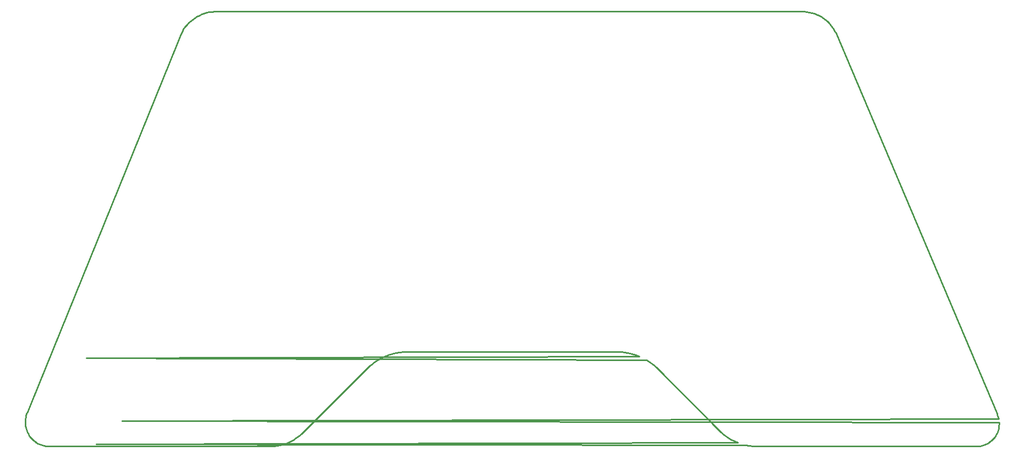
<source format=gm1>
%FSTAX24Y24*%
%MOMM*%
%SFA1B1*%

%IPPOS*%
%ADD34C,0.250000*%
%LNpcb-1*%
%LPD*%
G54D34*
X311899Y714999D02*
D01*
X307557Y714736*
X303245Y71417*
X298981Y713305*
X294789Y712145*
X290688Y710695*
X286698Y708963*
X282839Y706956*
X279128Y704685*
X275586Y702161*
X272228Y699395*
X269071Y696403*
X266131Y693197*
X263421Y689794*
X260956Y686211*
X258746Y682464*
X256803Y678572*
X255999Y676899*
X004499Y057199D02*
D01*
X003487Y05458*
X00266Y051896*
X002023Y049161*
X001578Y046389*
X001327Y043592*
X001272Y040784*
X001413Y03798*
X001749Y035191*
X002279Y032434*
X003Y02972*
X003908Y027063*
X005Y024475*
X006269Y021971*
X00771Y01956*
X009316Y017257*
X011079Y01507*
X012989Y013012*
X015039Y011093*
X017218Y009321*
X019514Y007705*
X021918Y006253*
X024418Y004973*
X027Y00387*
X029653Y00295*
X032364Y002218*
X03512Y001676*
X037499Y001299*
X408399D02*
D01*
X414049Y002118*
X419628Y003329*
X425108Y004926*
X430464Y006902*
X435669Y009246*
X440698Y011948*
X445526Y014994*
X450129Y018369*
X454487Y022058*
X458576Y026041*
X459199Y026699*
X621699Y156199D02*
D01*
X615301Y155627*
X608958Y154609*
X602702Y153152*
X596562Y151261*
X590569Y148947*
X584752Y14622*
X57914Y143095*
X57376Y139585*
X568637Y135709*
X565899Y133299*
X1035799Y130799D02*
D01*
X1030813Y135179*
X1025534Y1392*
X1019987Y142843*
X10142Y14609*
X1008199Y148926*
X1002016Y151336*
X99568Y153309*
X989222Y154835*
X982673Y155907*
X979899Y156199*
X1142399Y024099D02*
D01*
X1147368Y02002*
X1152609Y016296*
X1158097Y012948*
X1163805Y00999*
X1169706Y007438*
X117577Y005303*
X1181968Y003597*
X1188271Y002327*
X1194646Y0015*
X1198299Y001299*
X1561499D02*
D01*
X1564106Y001453*
X1566696Y001789*
X1569256Y002304*
X1571773Y002996*
X1574237Y003863*
X1576634Y004899*
X1578952Y0061*
X1581182Y007459*
X1583311Y008971*
X1585329Y010628*
X1587227Y012421*
X1588995Y014343*
X1590625Y016383*
X1592109Y018532*
X1593439Y020779*
X1594609Y023113*
X1595613Y025523*
X1596447Y027998*
X1597106Y030525*
X1597587Y033091*
X1597889Y035685*
X1598008Y038294*
X1597945Y040904*
X15977Y043504*
X1597275Y04608*
X1596671Y04862*
X1595891Y051113*
X1594939Y053544*
X1594599Y054599*
X1330399Y679499D02*
D01*
X1328614Y68323*
X1326572Y686826*
X1324285Y690271*
X1321763Y693548*
X1319019Y696642*
X1316065Y699536*
X1312917Y702218*
X1309589Y704673*
X1306098Y70689*
X1302461Y708858*
X1298696Y710568*
X1294821Y712011*
X1290854Y713179*
X1286815Y714069*
X1282725Y714674*
X1278601Y714993*
X1277099Y714999*
X004499Y057199D02*
X255999Y676899D01*
X037499Y001299D02*
X408399D01*
X459199Y026699D02*
X565899Y133399D01*
X1035799Y130799D02*
X1142399Y024099D01*
X621699Y156199D02*
X979899D01*
X1198299Y001299D02*
X1561499D01*
X1330399Y679399D02*
X1594599Y054599D01*
X311899Y714999D02*
X1277099D01*
M02*
</source>
